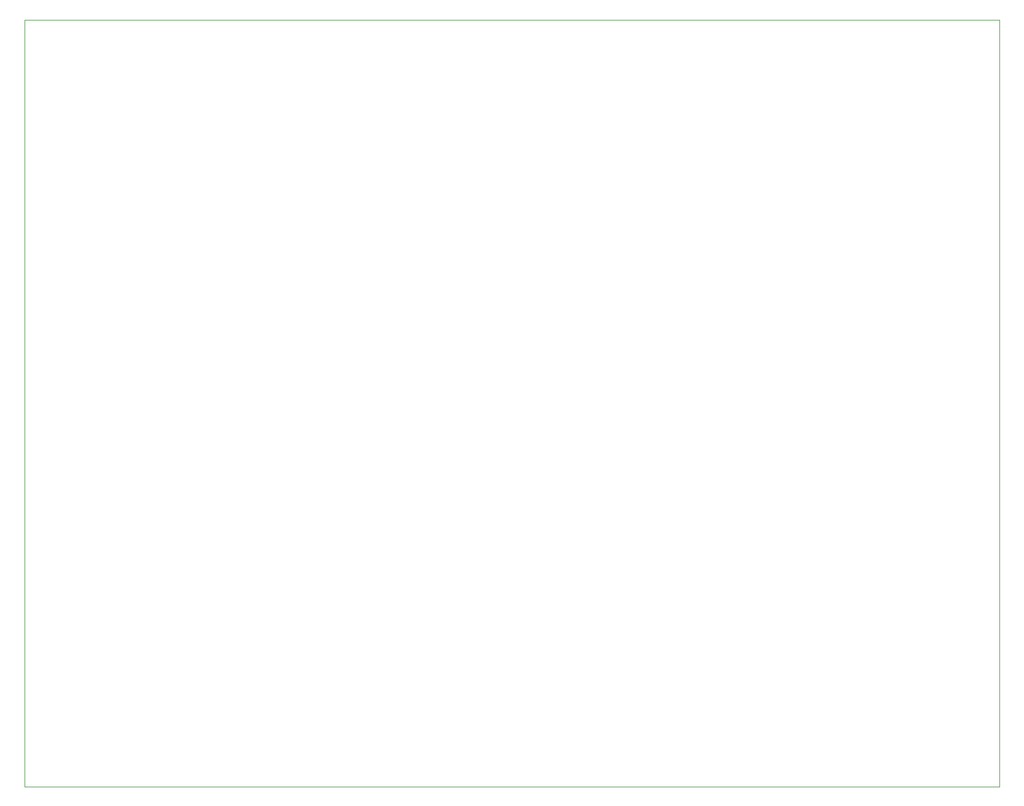
<source format=gm1>
G04 #@! TF.GenerationSoftware,KiCad,Pcbnew,8.0.2-1*
G04 #@! TF.CreationDate,2024-05-10T10:04:36+02:00*
G04 #@! TF.ProjectId,sensei,73656e73-6569-42e6-9b69-6361645f7063,rev?*
G04 #@! TF.SameCoordinates,Original*
G04 #@! TF.FileFunction,Profile,NP*
%FSLAX46Y46*%
G04 Gerber Fmt 4.6, Leading zero omitted, Abs format (unit mm)*
G04 Created by KiCad (PCBNEW 8.0.2-1) date 2024-05-10 10:04:36*
%MOMM*%
%LPD*%
G01*
G04 APERTURE LIST*
G04 #@! TA.AperFunction,Profile*
%ADD10C,0.100000*%
G04 #@! TD*
G04 APERTURE END LIST*
D10*
X50000000Y-50000000D02*
X191000000Y-50000000D01*
X191000000Y-161000000D01*
X50000000Y-161000000D01*
X50000000Y-50000000D01*
M02*

</source>
